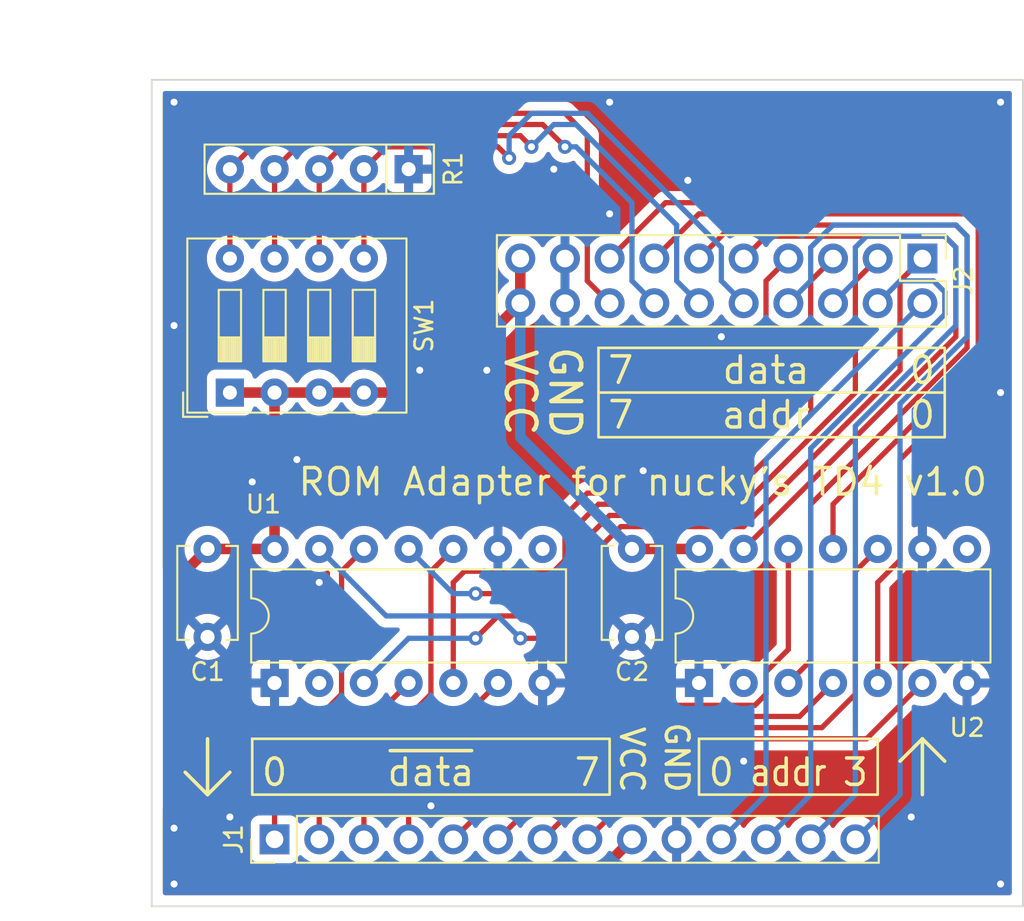
<source format=kicad_pcb>
(kicad_pcb (version 20211014) (generator pcbnew)
  (layers (0 "F.Cu" signal) (31 "B.Cu" signal) (34 "B.Paste" user) (35 "F.Paste" user) (36 "B.SilkS" user "B.Silkscreen") (37 "F.SilkS" user "F.Silkscreen") (38 "B.Mask" user) (39 "F.Mask" user) (44 "Edge.Cuts" user))
  (net 0 "")
  (net 1 "VCC")
  (net 2 "GND")
  (net 3 "/idata0")
  (net 4 "/idata1")
  (net 5 "/idata2")
  (net 6 "/idata3")
  (net 7 "/idata4")
  (net 8 "/idata5")
  (net 9 "/idata6")
  (net 10 "/idata7")
  (net 11 "/addr0")
  (net 12 "/addr1")
  (net 13 "/addr2")
  (net 14 "/addr3")
  (net 15 "/data0")
  (net 16 "/data1")
  (net 17 "/data2")
  (net 18 "/data3")
  (net 19 "/data4")
  (net 20 "/data5")
  (net 21 "/data6")
  (net 22 "/data7")
  (net 23 "/addr4")
  (net 24 "/addr5")
  (net 25 "/addr6")
  (net 26 "/addr7")
  (footprint "ModifiedKiCadLibrary:PinHeader_2x10_P2.54mm_Vertical_Top_Bottom" (layer "F.Cu") (at 157.48 59.69 -90)
    (fp_text reference "J2" (at 1.27 -2.33 90) (layer "F.SilkS"))
    (fp_text value "Conn_02x10_Top_Bottom")
    (fp_line (start -1.33 1.27) (end 1.27 1.27) (layer "F.SilkS") (width 0.12))
    (fp_line (start -1.33 24.19) (end 3.87 24.19) (layer "F.SilkS") (width 0.12))
    (fp_line (start 1.27 1.27) (end 1.27 -1.33) (layer "F.SilkS") (width 0.12))
    (fp_line (start 3.87 -1.33) (end 3.87 24.19) (layer "F.SilkS") (width 0.12))
    (fp_line (start 1.27 -1.33) (end 3.87 -1.33) (layer "F.SilkS") (width 0.12))
    (fp_line (start -1.33 -1.33) (end 0 -1.33) (layer "F.SilkS") (width 0.12))
    (fp_line (start -1.33 0) (end -1.33 -1.33) (layer "F.SilkS") (width 0.12))
    (fp_line (start -1.33 1.27) (end -1.33 24.19) (layer "F.SilkS") (width 0.12))
    (pad "1" thru_hole rect (at 0 0 270) (size 1.7 1.7) (drill 1) (layers *.Cu *.Mask) (net 15 "/data0"))
    (pad "2" thru_hole oval (at 0 2.54 270) (size 1.7 1.7) (drill 1) (layers *.Cu *.Mask) (net 16 "/data1"))
    (pad "3" thru_hole oval (at 0 5.08 270) (size 1.7 1.7) (drill 1) (layers *.Cu *.Mask) (net 17 "/data2"))
    (pad "4" thru_hole oval (at 0 7.62 270) (size 1.7 1.7) (drill 1) (layers *.Cu *.Mask) (net 18 "/data3"))
    (pad "5" thru_hole oval (at 0 10.16 270) (size 1.7 1.7) (drill 1) (layers *.Cu *.Mask) (net 19 "/data4"))
    (pad "6" thru_hole oval (at 0 12.7 270) (size 1.7 1.7) (drill 1) (layers *.Cu *.Mask) (net 20 "/data5"))
    (pad "7" thru_hole oval (at 0 15.24 270) (size 1.7 1.7) (drill 1) (layers *.Cu *.Mask) (net 21 "/data6"))
    (pad "8" thru_hole oval (at 0 17.78 270) (size 1.7 1.7) (drill 1) (layers *.Cu *.Mask) (net 22 "/data7"))
    (pad "9" thru_hole oval (at 0 20.32 270) (size 1.7 1.7) (drill 1) (layers *.Cu *.Mask) (net 2 "GND"))
    (pad "10" thru_hole oval (at 0 22.86 270) (size 1.7 1.7) (drill 1) (layers *.Cu *.Mask) (net 1 "VCC"))
    (pad "11" thru_hole oval (at 2.54 0 270) (size 1.7 1.7) (drill 1) (layers *.Cu *.Mask) (net 11 "/addr0"))
    (pad "12" thru_hole oval (at 2.54 2.54 270) (size 1.7 1.7) (drill 1) (layers *.Cu *.Mask) (net 12 "/addr1"))
    (pad "13" thru_hole oval (at 2.54 5.08 270) (size 1.7 1.7) (drill 1) (layers *.Cu *.Mask) (net 13 "/addr2"))
    (pad "14" thru_hole oval (at 2.54 7.62 270) (size 1.7 1.7) (drill 1) (layers *.Cu *.Mask) (net 14 "/addr3"))
    (pad "15" thru_hole oval (at 2.54 10.16 270) (size 1.7 1.7) (drill 1) (layers *.Cu *.Mask) (net 23 "/addr4"))
    (pad "16" thru_hole oval (at 2.54 12.7 270) (size 1.7 1.7) (drill 1) (layers *.Cu *.Mask) (net 24 "/addr5"))
    (pad "17" thru_hole oval (at 2.54 15.24 270) (size 1.7 1.7) (drill 1) (layers *.Cu *.Mask) (net 25 "/addr6"))
    (pad "18" thru_hole oval (at 2.54 17.78 270) (size 1.7 1.7) (drill 1) (layers *.Cu *.Mask) (net 26 "/addr7"))
    (pad "19" thru_hole oval (at 2.54 20.32 270) (size 1.7 1.7) (drill 1) (layers *.Cu *.Mask) (net 2 "GND"))
    (pad "20" thru_hole oval (at 2.54 22.86 270) (size 1.7 1.7) (drill 1) (layers *.Cu *.Mask) (net 1 "VCC"))
  )
  (footprint "Capacitor_THT:C_Disc_D5.1mm_W3.2mm_P5.00mm" (layer "F.Cu") (at 140.97 76.2 -90)
    (fp_text reference "C2" (at 6.985 0 180) (layer "F.SilkS"))
    (fp_text value "0.1u")
    (fp_line (start -0.17 -1.721) (end -0.17 -1.055) (layer "F.SilkS") (width 0.12))
    (fp_line (start -0.17 1.055) (end -0.17 1.721) (layer "F.SilkS") (width 0.12))
    (fp_line (start 5.17 -1.721) (end 5.17 -1.055) (layer "F.SilkS") (width 0.12))
    (fp_line (start -0.17 1.721) (end 5.17 1.721) (layer "F.SilkS") (width 0.12))
    (fp_line (start -0.17 -1.721) (end 5.17 -1.721) (layer "F.SilkS") (width 0.12))
    (fp_line (start 5.17 1.055) (end 5.17 1.721) (layer "F.SilkS") (width 0.12))
    (pad "1" thru_hole circle (at 0 0 270) (size 1.6 1.6) (drill 0.8) (layers *.Cu *.Mask) (net 1 "VCC"))
    (pad "2" thru_hole circle (at 5 0 270) (size 1.6 1.6) (drill 0.8) (layers *.Cu *.Mask) (net 2 "GND"))
  )
  (footprint "Connector_PinHeader_2.54mm:PinHeader_1x14_P2.54mm_Vertical" (layer "F.Cu") (at 120.65 92.71 90)
    (fp_text reference "J1" (at 0 -2.33 90) (layer "F.SilkS"))
    (fp_text value "Conn_01x14")
    (fp_line (start -1.33 1.27) (end -1.33 34.35) (layer "F.SilkS") (width 0.12))
    (fp_line (start -1.33 0) (end -1.33 -1.33) (layer "F.SilkS") (width 0.12))
    (fp_line (start 1.33 1.27) (end 1.33 34.35) (layer "F.SilkS") (width 0.12))
    (fp_line (start -1.33 34.35) (end 1.33 34.35) (layer "F.SilkS") (width 0.12))
    (fp_line (start -1.33 -1.33) (end 0 -1.33) (layer "F.SilkS") (width 0.12))
    (fp_line (start -1.33 1.27) (end 1.33 1.27) (layer "F.SilkS") (width 0.12))
    (pad "1" thru_hole rect (at 0 0 90) (size 1.7 1.7) (drill 1) (layers *.Cu *.Mask) (net 3 "/idata0"))
    (pad "2" thru_hole oval (at 0 2.54 90) (size 1.7 1.7) (drill 1) (layers *.Cu *.Mask) (net 4 "/idata1"))
    (pad "3" thru_hole oval (at 0 5.08 90) (size 1.7 1.7) (drill 1) (layers *.Cu *.Mask) (net 5 "/idata2"))
    (pad "4" thru_hole oval (at 0 7.62 90) (size 1.7 1.7) (drill 1) (layers *.Cu *.Mask) (net 6 "/idata3"))
    (pad "5" thru_hole oval (at 0 10.16 90) (size 1.7 1.7) (drill 1) (layers *.Cu *.Mask) (net 7 "/idata4"))
    (pad "6" thru_hole oval (at 0 12.7 90) (size 1.7 1.7) (drill 1) (layers *.Cu *.Mask) (net 8 "/idata5"))
    (pad "7" thru_hole oval (at 0 15.24 90) (size 1.7 1.7) (drill 1) (layers *.Cu *.Mask) (net 9 "/idata6"))
    (pad "8" thru_hole oval (at 0 17.78 90) (size 1.7 1.7) (drill 1) (layers *.Cu *.Mask) (net 10 "/idata7"))
    (pad "9" thru_hole oval (at 0 20.32 90) (size 1.7 1.7) (drill 1) (layers *.Cu *.Mask) (net 1 "VCC"))
    (pad "10" thru_hole oval (at 0 22.86 90) (size 1.7 1.7) (drill 1) (layers *.Cu *.Mask) (net 2 "GND"))
    (pad "11" thru_hole oval (at 0 25.4 90) (size 1.7 1.7) (drill 1) (layers *.Cu *.Mask) (net 11 "/addr0"))
    (pad "12" thru_hole oval (at 0 27.94 90) (size 1.7 1.7) (drill 1) (layers *.Cu *.Mask) (net 12 "/addr1"))
    (pad "13" thru_hole oval (at 0 30.48 90) (size 1.7 1.7) (drill 1) (layers *.Cu *.Mask) (net 13 "/addr2"))
    (pad "14" thru_hole oval (at 0 33.02 90) (size 1.7 1.7) (drill 1) (layers *.Cu *.Mask) (net 14 "/addr3"))
  )
  (footprint "Resistor_THT:R_Array_SIP5" (layer "F.Cu") (at 128.27 54.61 180)
    (fp_text reference "R1" (at -2.54 0 90) (layer "F.SilkS"))
    (fp_text value "10k")
    (fp_line (start 11.6 1.4) (end 11.6 -1.4) (layer "F.SilkS") (width 0.12))
    (fp_line (start 1.27 -1.4) (end 1.27 1.4) (layer "F.SilkS") (width 0.12))
    (fp_line (start 11.6 -1.4) (end -1.44 -1.4) (layer "F.SilkS") (width 0.12))
    (fp_line (start -1.44 1.4) (end 11.6 1.4) (layer "F.SilkS") (width 0.12))
    (fp_line (start -1.44 -1.4) (end -1.44 1.4) (layer "F.SilkS") (width 0.12))
    (pad "1" thru_hole rect (at 0 0 180) (size 1.6 1.6) (drill 0.8) (layers *.Cu *.Mask) (net 2 "GND"))
    (pad "2" thru_hole oval (at 2.54 0 180) (size 1.6 1.6) (drill 0.8) (layers *.Cu *.Mask) (net 23 "/addr4"))
    (pad "3" thru_hole oval (at 5.08 0 180) (size 1.6 1.6) (drill 0.8) (layers *.Cu *.Mask) (net 24 "/addr5"))
    (pad "4" thru_hole oval (at 7.62 0 180) (size 1.6 1.6) (drill 0.8) (layers *.Cu *.Mask) (net 25 "/addr6"))
    (pad "5" thru_hole oval (at 10.16 0 180) (size 1.6 1.6) (drill 0.8) (layers *.Cu *.Mask) (net 26 "/addr7"))
  )
  (footprint "Button_Switch_THT:SW_DIP_SPSTx04_Slide_9.78x12.34mm_W7.62mm_P2.54mm" (layer "F.Cu") (at 118.11 67.31 90)
    (fp_text reference "SW1" (at 3.81 11.04 90) (layer "F.SilkS"))
    (fp_text value "addr_high")
    (fp_line (start 1.78 5.525) (end 3.133333 5.525) (layer "F.SilkS") (width 0.12))
    (fp_line (start 1.78 0.325) (end 3.133333 0.325) (layer "F.SilkS") (width 0.12))
    (fp_line (start 1.78 2.385) (end 3.133333 2.385) (layer "F.SilkS") (width 0.12))
    (fp_line (start 1.78 7.105) (end 3.133333 7.105) (layer "F.SilkS") (width 0.12))
    (fp_line (start 5.84 1.905) (end 1.78 1.905) (layer "F.SilkS") (width 0.12))
    (fp_line (start 5.84 8.255) (end 5.84 6.985) (layer "F.SilkS") (width 0.12))
    (fp_line (start 1.78 6.985) (end 1.78 8.255) (layer "F.SilkS") (width 0.12))
    (fp_line (start 1.78 2.505) (end 3.133333 2.505) (layer "F.SilkS") (width 0.12))
    (fp_line (start 1.78 0.445) (end 3.133333 0.445) (layer "F.SilkS") (width 0.12))
    (fp_line (start 1.78 -0.155) (end 3.133333 -0.155) (layer "F.SilkS") (width 0.12))
    (fp_line (start 1.78 4.565) (end 3.133333 4.565) (layer "F.SilkS") (width 0.12))
    (fp_line (start 1.78 0.635) (end 5.84 0.635) (layer "F.SilkS") (width 0.12))
    (fp_line (start 1.78 4.685) (end 3.133333 4.685) (layer "F.SilkS") (width 0.12))
    (fp_line (start -1.38 -2.66) (end 0.004 -2.66) (layer "F.SilkS") (width 0.12))
    (fp_line (start 1.78 3.105) (end 3.133333 3.105) (layer "F.SilkS") (width 0.12))
    (fp_line (start 1.78 -0.395) (end 3.133333 -0.395) (layer "F.SilkS") (width 0.12))
    (fp_line (start 1.78 -0.515) (end 3.133333 -0.515) (layer "F.SilkS") (width 0.12))
    (fp_line (start 1.78 7.585) (end 3.133333 7.585) (layer "F.SilkS") (width 0.12))
    (fp_line (start 1.78 5.285) (end 3.133333 5.285) (layer "F.SilkS") (width 0.12))
    (fp_line (start 1.78 7.705) (end 3.133333 7.705) (layer "F.SilkS") (width 0.12))
    (fp_line (start 1.78 -0.635) (end 1.78 0.635) (layer "F.SilkS") (width 0.12))
    (fp_line (start 1.78 7.945) (end 3.133333 7.945) (layer "F.SilkS") (width 0.12))
    (fp_line (start 1.78 0.085) (end 3.133333 0.085) (layer "F.SilkS") (width 0.12))
    (fp_line (start 1.78 7.345) (end 3.133333 7.345) (layer "F.SilkS") (width 0.12))
    (fp_line (start 3.133333 -0.635) (end 3.133333 0.635) (layer "F.SilkS") (width 0.12))
    (fp_line (start 8.76 -2.42) (end 8.76 10.04) (layer "F.SilkS") (width 0.12))
    (fp_line (start 1.78 7.825) (end 3.133333 7.825) (layer "F.SilkS") (width 0.12))
    (fp_line (start 1.78 2.985) (end 3.133333 2.985) (layer "F.SilkS") (width 0.12))
    (fp_line (start 1.78 7.225) (end 3.133333 7.225) (layer "F.SilkS") (width 0.12))
    (fp_line (start 1.78 2.865) (end 3.133333 2.865) (layer "F.SilkS") (width 0.12))
    (fp_line (start -1.14 10.04) (end 8.76 10.04) (layer "F.SilkS") (width 0.12))
    (fp_line (start 1.78 7.465) (end 3.133333 7.465) (layer "F.SilkS") (width 0.12))
    (fp_line (start 5.84 5.715) (end 5.84 4.445) (layer "F.SilkS") (width 0.12))
    (fp_line (start -1.14 -2.42) (end 8.76 -2.42) (layer "F.SilkS") (width 0.12))
    (fp_line (start 1.78 8.065) (end 3.133333 8.065) (layer "F.SilkS") (width 0.12))
    (fp_line (start 1.78 4.805) (end 3.133333 4.805) (layer "F.SilkS") (width 0.12))
    (fp_line (start 1.78 8.255) (end 5.84 8.255) (layer "F.SilkS") (width 0.12))
    (fp_line (start 1.78 8.185) (end 3.133333 8.185) (layer "F.SilkS") (width 0.12))
    (fp_line (start 3.133333 4.445) (end 3.133333 5.715) (layer "F.SilkS") (width 0.12))
    (fp_line (start 1.78 5.645) (end 3.133333 5.645) (layer "F.SilkS") (width 0.12))
    (fp_line (start 1.78 0.565) (end 3.133333 0.565) (layer "F.SilkS") (width 0.12))
    (fp_line (start 1.78 4.445) (end 1.78 5.715) (layer "F.SilkS") (width 0.12))
    (fp_line (start 1.78 -0.035) (end 3.133333 -0.035) (layer "F.SilkS") (width 0.12))
    (fp_line (start 5.84 -0.635) (end 1.78 -0.635) (layer "F.SilkS") (width 0.12))
    (fp_line (start 1.78 2.145) (end 3.133333 2.145) (layer "F.SilkS") (width 0.12))
    (fp_line (start 1.78 -0.275) (end 3.133333 -0.275) (layer "F.SilkS") (width 0.12))
    (fp_line (start 1.78 2.265) (end 3.133333 2.265) (layer "F.SilkS") (width 0.12))
    (fp_line (start 1.78 5.045) (end 3.133333 5.045) (layer "F.SilkS") (width 0.12))
    (fp_line (start -1.38 -2.66) (end -1.38 -1.277) (layer "F.SilkS") (width 0.12))
    (fp_line (start 3.133333 6.985) (end 3.133333 8.255) (layer "F.SilkS") (width 0.12))
    (fp_line (start 1.78 1.905) (end 1.78 3.175) (layer "F.SilkS") (width 0.12))
    (fp_line (start 5.84 0.635) (end 5.84 -0.635) (layer "F.SilkS") (width 0.12))
    (fp_line (start 5.84 3.175) (end 5.84 1.905) (layer "F.SilkS") (width 0.12))
    (fp_line (start 3.133333 1.905) (end 3.133333 3.175) (layer "F.SilkS") (width 0.12))
    (fp_line (start 1.78 4.925) (end 3.133333 4.925) (layer "F.SilkS") (width 0.12))
    (fp_line (start 1.78 5.715) (end 5.84 5.715) (layer "F.SilkS") (width 0.12))
    (fp_line (start 1.78 5.405) (end 3.133333 5.405) (layer "F.SilkS") (width 0.12))
    (fp_line (start 5.84 6.985) (end 1.78 6.985) (layer "F.SilkS") (width 0.12))
    (fp_line (start 5.84 4.445) (end 1.78 4.445) (layer "F.SilkS") (width 0.12))
    (fp_line (start 1.78 2.025) (end 3.133333 2.025) (layer "F.SilkS") (width 0.12))
    (fp_line (start -1.14 -2.42) (end -1.14 10.04) (layer "F.SilkS") (width 0.12))
    (fp_line (start 1.78 5.165) (end 3.133333 5.165) (layer "F.SilkS") (width 0.12))
    (fp_line (start 1.78 2.625) (end 3.133333 2.625) (layer "F.SilkS") (width 0.12))
    (fp_line (start 1.78 2.745) (end 3.133333 2.745) (layer "F.SilkS") (width 0.12))
    (fp_line (start 1.78 0.205) (end 3.133333 0.205) (layer "F.SilkS") (width 0.12))
    (fp_line (start 1.78 3.175) (end 5.84 3.175) (layer "F.SilkS") (width 0.12))
    (pad "1" thru_hole rect (at 0 0 90) (size 1.6 1.6) (drill 0.8) (layers *.Cu *.Mask) (net 1 "VCC"))
    (pad "2" thru_hole oval (at 0 2.54 90) (size 1.6 1.6) (drill 0.8) (layers *.Cu *.Mask) (net 1 "VCC"))
    (pad "3" thru_hole oval (at 0 5.08 90) (size 1.6 1.6) (drill 0.8) (layers *.Cu *.Mask) (net 1 "VCC"))
    (pad "4" thru_hole oval (at 0 7.62 90) (size 1.6 1.6) (drill 0.8) (layers *.Cu *.Mask) (net 1 "VCC"))
    (pad "5" thru_hole oval (at 7.62 7.62 90) (size 1.6 1.6) (drill 0.8) (layers *.Cu *.Mask) (net 23 "/addr4"))
    (pad "6" thru_hole oval (at 7.62 5.08 90) (size 1.6 1.6) (drill 0.8) (layers *.Cu *.Mask) (net 24 "/addr5"))
    (pad "7" thru_hole oval (at 7.62 2.54 90) (size 1.6 1.6) (drill 0.8) (layers *.Cu *.Mask) (net 25 "/addr6"))
    (pad "8" thru_hole oval (at 7.62 0 90) (size 1.6 1.6) (drill 0.8) (layers *.Cu *.Mask) (net 26 "/addr7"))
  )
  (footprint "Package_DIP:DIP-14_W7.62mm" (layer "F.Cu") (at 144.78 83.82 90)
    (fp_text reference "U2" (at -2.54 15.24 180) (layer "F.SilkS"))
    (fp_text value "74HC04")
    (fp_line (start 6.46 16.57) (end 6.46 -1.33) (layer "F.SilkS") (width 0.12))
    (fp_line (start 1.16 -1.33) (end 1.16 16.57) (layer "F.SilkS") (width 0.12))
    (fp_line (start 6.46 -1.33) (end 4.81 -1.33) (layer "F.SilkS") (width 0.12))
    (fp_line (start 1.16 16.57) (end 6.46 16.57) (layer "F.SilkS") (width 0.12))
    (fp_line (start 2.81 -1.33) (end 1.16 -1.33) (layer "F.SilkS") (width 0.12))
    (fp_arc (start 4.81 -1.33) (mid 3.81 -0.33) (end 2.81 -1.33) (layer "F.SilkS") (width 0.12))
    (pad "1" thru_hole rect (at 0 0 90) (size 1.6 1.6) (drill 0.8) (layers *.Cu *.Mask) (net 2 "GND"))
    (pad "2" thru_hole oval (at 0 2.54 90) (size 1.6 1.6) (drill 0.8) (layers *.Cu *.Mask))
    (pad "3" thru_hole oval (at 0 5.08 90) (size 1.6 1.6) (drill 0.8) (layers *.Cu *.Mask) (net 20 "/data5"))
    (pad "4" thru_hole oval (at 0 7.62 90) (size 1.6 1.6) (drill 0.8) (layers *.Cu *.Mask) (net 8 "/idata5"))
    (pad "5" thru_hole oval (at 0 10.16 90) (size 1.6 1.6) (drill 0.8) (layers *.Cu *.Mask) (net 22 "/data7"))
    (pad "6" thru_hole oval (at 0 12.7 90) (size 1.6 1.6) (drill 0.8) (layers *.Cu *.Mask) (net 10 "/idata7"))
    (pad "7" thru_hole oval (at 0 15.24 90) (size 1.6 1.6) (drill 0.8) (layers *.Cu *.Mask) (net 2 "GND"))
    (pad "8" thru_hole oval (at 7.62 15.24 90) (size 1.6 1.6) (drill 0.8) (layers *.Cu *.Mask))
    (pad "9" thru_hole oval (at 7.62 12.7 90) (size 1.6 1.6) (drill 0.8) (layers *.Cu *.Mask) (net 2 "GND"))
    (pad "10" thru_hole oval (at 7.62 10.16 90) (size 1.6 1.6) (drill 0.8) (layers *.Cu *.Mask) (net 9 "/idata6"))
    (pad "11" thru_hole oval (at 7.62 7.62 90) (size 1.6 1.6) (drill 0.8) (layers *.Cu *.Mask) (net 21 "/data6"))
    (pad "12" thru_hole oval (at 7.62 5.08 90) (size 1.6 1.6) (drill 0.8) (layers *.Cu *.Mask) (net 7 "/idata4"))
    (pad "13" thru_hole oval (at 7.62 2.54 90) (size 1.6 1.6) (drill 0.8) (layers *.Cu *.Mask) (net 19 "/data4"))
    (pad "14" thru_hole oval (at 7.62 0 90) (size 1.6 1.6) (drill 0.8) (layers *.Cu *.Mask) (net 1 "VCC"))
  )
  (footprint "Package_DIP:DIP-14_W7.62mm" (layer "F.Cu") (at 120.65 83.82 90)
    (fp_text reference "U1" (at 10.16 -0.635 180) (layer "F.SilkS"))
    (fp_text value "74HC04")
    (fp_line (start 1.16 16.57) (end 6.46 16.57) (layer "F.SilkS") (width 0.12))
    (fp_line (start 6.46 -1.33) (end 4.81 -1.33) (layer "F.SilkS") (width 0.12))
    (fp_line (start 6.46 16.57) (end 6.46 -1.33) (layer "F.SilkS") (width 0.12))
    (fp_line (start 1.16 -1.33) (end 1.16 16.57) (layer "F.SilkS") (width 0.12))
    (fp_line (start 2.81 -1.33) (end 1.16 -1.33) (layer "F.SilkS") (width 0.12))
    (fp_arc (start 4.81 -1.33) (mid 3.81 -0.33) (end 2.81 -1.33) (layer "F.SilkS") (width 0.12))
    (pad "1" thru_hole rect (at 0 0 90) (size 1.6 1.6) (drill 0.8) (layers *.Cu *.Mask) (net 2 "GND"))
    (pad "2" thru_hole oval (at 0 2.54 90) (size 1.6 1.6) (drill 0.8) (layers *.Cu *.Mask))
    (pad "3" thru_hole oval (at 0 5.08 90) (size 1.6 1.6) (drill 0.8) (layers *.Cu *.Mask) (net 16 "/data1"))
    (pad "4" thru_hole oval (at 0 7.62 90) (size 1.6 1.6) (drill 0.8) (layers *.Cu *.Mask) (net 4 "/idata1"))
    (pad "5" thru_hole oval (at 0 10.16 90) (size 1.6 1.6) (drill 0.8) (layers *.Cu *.Mask) (net 18 "/data3"))
    (pad "6" thru_hole oval (at 0 12.7 90) (size 1.6 1.6) (drill 0.8) (layers *.Cu *.Mask) (net 6 "/idata3"))
    (pad "7" thru_hole oval (at 0 15.24 90) (size 1.6 1.6) (drill 0.8) (layers *.Cu *.Mask) (net 2 "GND"))
    (pad "8" thru_hole oval (at 7.62 15.24 90) (size 1.6 1.6) (drill 0.8) (layers *.Cu *.Mask))
    (pad "9" thru_hole oval (at 7.62 12.7 90) (size 1.6 1.6) (drill 0.8) (layers *.Cu *.Mask) (net 2 "GND"))
    (pad "10" thru_hole oval (at 7.62 10.16 90) (size 1.6 1.6) (drill 0.8) (layers *.Cu *.Mask) (net 5 "/idata2"))
    (pad "11" thru_hole oval (at 7.62 7.62 90) (size 1.6 1.6) (drill 0.8) (layers *.Cu *.Mask) (net 17 "/data2"))
    (pad "12" thru_hole oval (at 7.62 5.08 90) (size 1.6 1.6) (drill 0.8) (layers *.Cu *.Mask) (net 3 "/idata0"))
    (pad "13" thru_hole oval (at 7.62 2.54 90) (size 1.6 1.6) (drill 0.8) (layers *.Cu *.Mask) (net 15 "/data0"))
    (pad "14" thru_hole oval (at 7.62 0 90) (size 1.6 1.6) (drill 0.8) (layers *.Cu *.Mask) (net 1 "VCC"))
  )
  (footprint "Capacitor_THT:C_Disc_D5.1mm_W3.2mm_P5.00mm" (layer "F.Cu") (at 116.84 76.2 -90)
    (fp_text reference "C1" (at 6.985 0 180) (layer "F.SilkS"))
    (fp_text value "0,1u")
    (fp_line (start -0.17 -1.721) (end -0.17 -1.055) (layer "F.SilkS") (width 0.12))
    (fp_line (start -0.17 1.055) (end -0.17 1.721) (layer "F.SilkS") (width 0.12))
    (fp_line (start -0.17 -1.721) (end 5.17 -1.721) (layer "F.SilkS") (width 0.12))
    (fp_line (start 5.17 -1.721) (end 5.17 -1.055) (layer "F.SilkS") (width 0.12))
    (fp_line (start -0.17 1.721) (end 5.17 1.721) (layer "F.SilkS") (width 0.12))
    (fp_line (start 5.17 1.055) (end 5.17 1.721) (layer "F.SilkS") (width 0.12))
    (pad "1" thru_hole circle (at 0 0 270) (size 1.6 1.6) (drill 0.8) (layers *.Cu *.Mask) (net 1 "VCC"))
    (pad "2" thru_hole circle (at 5 0 270) (size 1.6 1.6) (drill 0.8) (layers *.Cu *.Mask) (net 2 "GND"))
  )
  (gr_line (start 157.48 86.995) (end 156.21 88.265) (layer "F.SilkS") (width 0.2))
  (gr_line (start 158.75 67.31) (end 139.065 67.31) (layer "F.SilkS") (width 0.15))
  (gr_line (start 157.48 86.995) (end 158.75 88.265) (layer "F.SilkS") (width 0.2))
  (gr_line (start 116.84 90.17) (end 115.57 88.9) (layer "F.SilkS") (width 0.2))
  (gr_rect (start 158.75 64.77) (end 139.065 69.85) (layer "F.SilkS") (width 0.15) (fill none))
  (gr_line (start 116.84 90.17) (end 116.84 86.995) (layer "F.SilkS") (width 0.2))
  (gr_line (start 157.48 86.995) (end 157.48 90.17) (layer "F.SilkS") (width 0.2))
  (gr_line (start 116.84 90.17) (end 118.11 88.9) (layer "F.SilkS") (width 0.2))
  (gr_rect (start 119.38 86.995) (end 139.7 90.17) (layer "F.SilkS") (width 0.15) (fill none))
  (gr_rect (start 144.78 86.995) (end 154.94 90.17) (layer "F.SilkS") (width 0.15) (fill none))
  (gr_rect (start 113.665 49.53) (end 163.195 96.52) (layer "Edge.Cuts") (width 0.1) (fill none))
  (gr_text "addr" (at 149.86 88.9) (layer "F.SilkS") (effects (font (size 1.5 1.3) (thickness 0.2))))
  (gr_text "GND" (at 137.16 67.31 270) (layer "F.SilkS") (effects (font (size 1.7 1.7) (thickness 0.25))))
  (gr_text "GND" (at 143.51 90.17 270) (layer "F.SilkS") (effects (font (size 1.3 1.3) (thickness 0.2)) (justify right)))
  (gr_text "addr" (at 148.59 68.58) (layer "F.SilkS") (effects (font (size 1.5 1.5) (thickness 0.2))))
  (gr_text "7" (at 138.43 88.9) (layer "F.SilkS") (effects (font (size 1.5 1.5) (thickness 0.2))))
  (gr_text "7" (at 140.335 68.58) (layer "F.SilkS") (effects (font (size 1.5 1.5) (thickness 0.2))))
  (gr_text "7" (at 140.335 66.04) (layer "F.SilkS") (effects (font (size 1.5 1.5) (thickness 0.2))))
  (gr_text "3" (at 153.67 88.9) (layer "F.SilkS") (effects (font (size 1.5 1.5) (thickness 0.2))))
  (gr_text "0" (at 157.48 68.58) (layer "F.SilkS") (effects (font (size 1.5 1.5) (thickness 0.2))))
  (gr_text "VCC" (at 140.97 90.17 270) (layer "F.SilkS") (effects (font (size 1.3 1.3) (thickness 0.2)) (justify right)))
  (gr_text "~{data}" (at 129.54 88.9) (layer "F.SilkS") (effects (font (size 1.5 1.5) (thickness 0.2))))
  (gr_text "0" (at 146.05 88.9) (layer "F.SilkS") (effects (font (size 1.5 1.5) (thickness 0.2))))
  (gr_text "VCC" (at 134.62 67.31 270) (layer "F.SilkS") (effects (font (size 1.7 1.7) (thickness 0.25))))
  (gr_text "0" (at 120.65 88.9) (layer "F.SilkS") (effects (font (size 1.5 1.5) (thickness 0.2))))
  (gr_text "0" (at 157.48 66.04) (layer "F.SilkS") (effects (font (size 1.5 1.5) (thickness 0.2))))
  (gr_text "ROM Adapter for nucky's TD4 v1.0" (at 161.29 72.39) (layer "F.SilkS") (effects (font (size 1.5 1.5) (thickness 0.2)) (justify right)))
  (gr_text "data" (at 148.59 66.04) (layer "F.SilkS") (effects (font (size 1.5 1.5) (thickness 0.2))))
  (segment (start 134.62 62.23) (end 129.54 67.31) (width 0.6) (layer "F.Cu") (net 1))
  (segment (start 119.38 94.615) (end 114.935 90.17) (width 0.6) (layer "F.Cu") (net 1))
  (segment (start 123.19 67.31) (end 120.65 67.31) (width 0.6) (layer "F.Cu") (net 1))
  (segment (start 114.935 90.17) (end 114.935 78.105) (width 0.6) (layer "F.Cu") (net 1))
  (segment (start 129.54 67.31) (end 125.73 67.31) (width 0.6) (layer "F.Cu") (net 1))
  (segment (start 140.97 92.71) (end 139.065 94.615) (width 0.6) (layer "F.Cu") (net 1))
  (segment (start 134.62 59.69) (end 134.62 62.23) (width 0.6) (layer "F.Cu") (net 1))
  (segment (start 116.84 76.2) (end 120.65 76.2) (width 0.6) (layer "F.Cu") (net 1))
  (segment (start 140.97 76.2) (end 144.78 76.2) (width 0.6) (layer "F.Cu") (net 1))
  (segment (start 120.65 76.2) (end 120.65 67.31) (width 0.6) (layer "F.Cu") (net 1))
  (segment (start 114.935 78.105) (end 116.84 76.2) (width 0.6) (layer "F.Cu") (net 1))
  (segment (start 125.73 67.31) (end 123.19 67.31) (width 0.6) (layer "F.Cu") (net 1))
  (segment (start 139.065 94.615) (end 119.38 94.615) (width 0.6) (layer "F.Cu") (net 1))
  (segment (start 118.11 67.31) (end 120.65 67.31) (width 0.6) (layer "F.Cu") (net 1))
  (segment (start 134.62 62.23) (end 134.62 69.85) (width 0.6) (layer "B.Cu") (net 1))
  (segment (start 134.62 69.85) (end 140.97 76.2) (width 0.6) (layer "B.Cu") (net 1))
  (via (at 161.925 67.31) (size 0.8) (drill 0.4) (layers "F.Cu" "B.Cu") (net 2))
  (via (at 114.935 92.075) (size 0.8) (drill 0.4) (layers "F.Cu" "B.Cu") (net 2))
  (via (at 121.92 71.12) (size 0.8) (drill 0.4) (layers "F.Cu" "B.Cu") (net 2))
  (via (at 118.11 91.44) (size 0.8) (drill 0.4) (layers "F.Cu" "B.Cu") (net 2))
  (via (at 129.54 90.805) (size 0.8) (drill 0.4) (layers "F.Cu" "B.Cu") (net 2))
  (via (at 146.05 64.135) (size 0.8) (drill 0.4) (layers "F.Cu" "B.Cu") (net 2))
  (via (at 161.925 95.25) (size 0.8) (drill 0.4) (layers "F.Cu" "B.Cu") (net 2))
  (via (at 114.935 50.8) (size 0.8) (drill 0.4) (layers "F.Cu" "B.Cu") (net 2))
  (via (at 114.935 63.5) (size 0.8) (drill 0.4) (layers "F.Cu" "B.Cu") (net 2))
  (via (at 139.7 57.15) (size 0.8) (drill 0.4) (layers "F.Cu" "B.Cu") (net 2))
  (via (at 136.525 54.61) (size 0.8) (drill 0.4) (layers "F.Cu" "B.Cu") (net 2))
  (via (at 119.38 72.39) (size 0.8) (drill 0.4) (layers "F.Cu" "B.Cu") (net 2))
  (via (at 156.845 91.44) (size 0.8) (drill 0.4) (layers "F.Cu" "B.Cu") (net 2))
  (via (at 123.19 78.105) (size 0.8) (drill 0.4) (layers "F.Cu" "B.Cu") (net 2))
  (via (at 161.925 50.8) (size 0.8) (drill 0.4) (layers "F.Cu" "B.Cu") (net 2))
  (via (at 139.7 50.8) (size 0.8) (drill 0.4) (layers "F.Cu" "B.Cu") (net 2))
  (via (at 128.905 66.04) (size 0.8) (drill 0.4) (layers "F.Cu" "B.Cu") (net 2))
  (via (at 144.145 55.245) (size 0.8) (drill 0.4) (layers "F.Cu" "B.Cu") (net 2))
  (via (at 141.605 71.755) (size 0.8) (drill 0.4) (layers "F.Cu" "B.Cu") (net 2))
  (via (at 132.715 66.04) (size 0.8) (drill 0.4) (layers "F.Cu" "B.Cu") (net 2))
  (via (at 147.32 88.265) (size 0.8) (drill 0.4) (layers "F.Cu" "B.Cu") (net 2))
  (via (at 114.935 95.25) (size 0.8) (drill 0.4) (layers "F.Cu" "B.Cu") (net 2))
  (segment (start 120.65 92.71) (end 120.65 88.265) (width 0.3) (layer "F.Cu") (net 3))
  (segment (start 124.46 84.455) (end 124.46 77.47) (width 0.3) (layer "F.Cu") (net 3))
  (segment (start 120.65 88.265) (end 124.46 84.455) (width 0.3) (layer "F.Cu") (net 3))
  (segment (start 124.46 77.47) (end 125.73 76.2) (width 0.3) (layer "F.Cu") (net 3))
  (segment (start 128.27 83.82) (end 123.19 88.9) (width 0.3) (layer "F.Cu") (net 4))
  (segment (start 123.19 88.9) (end 123.19 92.71) (width 0.3) (layer "F.Cu") (net 4))
  (segment (start 130.81 76.2) (end 129.54 77.47) (width 0.3) (layer "F.Cu") (net 5))
  (segment (start 125.73 88.265) (end 125.73 92.71) (width 0.3) (layer "F.Cu") (net 5))
  (segment (start 129.54 77.47) (end 129.54 84.455) (width 0.3) (layer "F.Cu") (net 5))
  (segment (start 129.54 84.455) (end 125.73 88.265) (width 0.3) (layer "F.Cu") (net 5))
  (segment (start 128.27 88.9) (end 128.27 92.71) (width 0.3) (layer "F.Cu") (net 6))
  (segment (start 133.35 83.82) (end 128.27 88.9) (width 0.3) (layer "F.Cu") (net 6))
  (segment (start 148.59 84.455) (end 147.955 85.09) (width 0.3) (layer "F.Cu") (net 7))
  (segment (start 147.955 85.09) (end 138.43 85.09) (width 0.3) (layer "F.Cu") (net 7))
  (segment (start 149.86 81.915) (end 148.59 83.185) (width 0.3) (layer "F.Cu") (net 7))
  (segment (start 138.43 85.09) (end 130.81 92.71) (width 0.3) (layer "F.Cu") (net 7))
  (segment (start 149.86 76.2) (end 149.86 81.915) (width 0.3) (layer "F.Cu") (net 7))
  (segment (start 148.59 83.185) (end 148.59 84.455) (width 0.3) (layer "F.Cu") (net 7))
  (segment (start 152.4 83.82) (end 150.495 85.725) (width 0.3) (layer "F.Cu") (net 8))
  (segment (start 150.495 85.725) (end 140.335 85.725) (width 0.3) (layer "F.Cu") (net 8))
  (segment (start 140.335 85.725) (end 133.35 92.71) (width 0.3) (layer "F.Cu") (net 8))
  (segment (start 153.67 84.455) (end 151.765 86.36) (width 0.3) (layer "F.Cu") (net 9))
  (segment (start 151.765 86.36) (end 142.24 86.36) (width 0.3) (layer "F.Cu") (net 9))
  (segment (start 154.94 76.2) (end 153.67 77.47) (width 0.3) (layer "F.Cu") (net 9))
  (segment (start 153.67 77.47) (end 153.67 84.455) (width 0.3) (layer "F.Cu") (net 9))
  (segment (start 142.24 86.36) (end 135.89 92.71) (width 0.3) (layer "F.Cu") (net 9))
  (segment (start 157.48 83.82) (end 154.305 86.995) (width 0.3) (layer "F.Cu") (net 10))
  (segment (start 154.305 86.995) (end 144.145 86.995) (width 0.3) (layer "F.Cu") (net 10))
  (segment (start 144.145 86.995) (end 138.43 92.71) (width 0.3) (layer "F.Cu") (net 10))
  (segment (start 146.05 92.71) (end 148.59 90.17) (width 0.3) (layer "B.Cu") (net 11))
  (segment (start 148.59 71.12) (end 157.48 62.23) (width 0.3) (layer "B.Cu") (net 11))
  (segment (start 148.59 90.17) (end 148.59 71.12) (width 0.3) (layer "B.Cu") (net 11))
  (segment (start 158.75 61.595) (end 158.75 62.865) (width 0.3) (layer "B.Cu") (net 12))
  (segment (start 156.21 60.96) (end 158.115 60.96) (width 0.3) (layer "B.Cu") (net 12))
  (segment (start 158.75 62.865) (end 151.13 70.485) (width 0.3) (layer "B.Cu") (net 12))
  (segment (start 154.94 62.23) (end 156.21 60.96) (width 0.3) (layer "B.Cu") (net 12))
  (segment (start 151.13 90.17) (end 148.59 92.71) (width 0.3) (layer "B.Cu") (net 12))
  (segment (start 158.115 60.96) (end 158.75 61.595) (width 0.3) (layer "B.Cu") (net 12))
  (segment (start 151.13 70.485) (end 151.13 90.17) (width 0.3) (layer "B.Cu") (net 12))
  (segment (start 159.385 59.055) (end 159.385 63.5) (width 0.3) (layer "B.Cu") (net 13))
  (segment (start 153.67 90.17) (end 151.13 92.71) (width 0.3) (layer "B.Cu") (net 13))
  (segment (start 153.67 59.055) (end 154.305 58.42) (width 0.3) (layer "B.Cu") (net 13))
  (segment (start 158.75 58.42) (end 159.385 59.055) (width 0.3) (layer "B.Cu") (net 13))
  (segment (start 154.305 58.42) (end 158.75 58.42) (width 0.3) (layer "B.Cu") (net 13))
  (segment (start 152.4 62.23) (end 153.67 60.96) (width 0.3) (layer "B.Cu") (net 13))
  (segment (start 153.67 60.96) (end 153.67 59.055) (width 0.3) (layer "B.Cu") (net 13))
  (segment (start 159.385 63.5) (end 153.67 69.215) (width 0.3) (layer "B.Cu") (net 13))
  (segment (start 153.67 69.215) (end 153.67 90.17) (width 0.3) (layer "B.Cu") (net 13))
  (segment (start 153.67 92.71) (end 156.21 90.17) (width 0.3) (layer "B.Cu") (net 14))
  (segment (start 151.13 60.96) (end 149.86 62.23) (width 0.3) (layer "B.Cu") (net 14))
  (segment (start 159.385 57.785) (end 152.4 57.785) (width 0.3) (layer "B.Cu") (net 14))
  (segment (start 160.02 64.135) (end 160.02 58.42) (width 0.3) (layer "B.Cu") (net 14))
  (segment (start 156.21 90.17) (end 156.21 67.945) (width 0.3) (layer "B.Cu") (net 14))
  (segment (start 160.02 58.42) (end 159.385 57.785) (width 0.3) (layer "B.Cu") (net 14))
  (segment (start 152.4 57.785) (end 151.13 59.055) (width 0.3) (layer "B.Cu") (net 14))
  (segment (start 151.13 59.055) (end 151.13 60.96) (width 0.3) (layer "B.Cu") (net 14))
  (segment (start 156.21 67.945) (end 160.02 64.135) (width 0.3) (layer "B.Cu") (net 14))
  (segment (start 156.21 60.96) (end 156.21 66.04) (width 0.3) (layer "F.Cu") (net 15))
  (segment (start 136.525 81.28) (end 134.62 81.28) (width 0.3) (layer "F.Cu") (net 15))
  (segment (start 147.32 74.93) (end 140.335 74.93) (width 0.3) (layer "F.Cu") (net 15))
  (segment (start 157.48 59.69) (end 156.21 60.96) (width 0.3) (layer "F.Cu") (net 15))
  (segment (start 156.21 66.04) (end 147.32 74.93) (width 0.3) (layer "F.Cu") (net 15))
  (segment (start 140.335 74.93) (end 139.065 76.2) (width 0.3) (layer "F.Cu") (net 15))
  (segment (start 139.065 78.74) (end 136.525 81.28) (width 0.3) (layer "F.Cu") (net 15))
  (segment (start 139.065 76.2) (end 139.065 78.74) (width 0.3) (layer "F.Cu") (net 15))
  (via (at 134.62 81.28) (size 0.8) (drill 0.4) (layers "F.Cu" "B.Cu") (net 15))
  (segment (start 134.62 81.28) (end 133.35 80.01) (width 0.3) (layer "B.Cu") (net 15))
  (segment (start 127 80.01) (end 123.19 76.2) (width 0.3) (layer "B.Cu") (net 15))
  (segment (start 133.35 80.01) (end 127 80.01) (width 0.3) (layer "B.Cu") (net 15))
  (segment (start 153.67 60.96) (end 153.67 67.31) (width 0.3) (layer "F.Cu") (net 16))
  (segment (start 146.685 74.295) (end 139.7 74.295) (width 0.3) (layer "F.Cu") (net 16))
  (segment (start 153.67 67.31) (end 146.685 74.295) (width 0.3) (layer "F.Cu") (net 16))
  (segment (start 139.7 74.295) (end 138.43 75.565) (width 0.3) (layer "F.Cu") (net 16))
  (segment (start 154.94 59.69) (end 153.67 60.96) (width 0.3) (layer "F.Cu") (net 16))
  (segment (start 138.43 75.565) (end 138.43 78.105) (width 0.3) (layer "F.Cu") (net 16))
  (segment (start 133.35 80.01) (end 132.08 81.28) (width 0.3) (layer "F.Cu") (net 16))
  (segment (start 136.525 80.01) (end 133.35 80.01) (width 0.3) (layer "F.Cu") (net 16))
  (segment (start 138.43 78.105) (end 136.525 80.01) (width 0.3) (layer "F.Cu") (net 16))
  (via (at 132.08 81.28) (size 0.8) (drill 0.4) (layers "F.Cu" "B.Cu") (net 16))
  (segment (start 132.08 81.28) (end 128.27 81.28) (width 0.3) (layer "B.Cu") (net 16))
  (segment (start 128.27 81.28) (end 125.73 83.82) (width 0.3) (layer "B.Cu") (net 16))
  (segment (start 136.525 78.74) (end 132.08 78.74) (width 0.3) (layer "F.Cu") (net 17))
  (segment (start 139.065 73.66) (end 137.795 74.93) (width 0.3) (layer "F.Cu") (net 17))
  (segment (start 137.795 74.93) (end 137.795 77.47) (width 0.3) (layer "F.Cu") (net 17))
  (segment (start 146.05 73.66) (end 139.065 73.66) (width 0.3) (layer "F.Cu") (net 17))
  (segment (start 152.4 59.69) (end 151.13 60.96) (width 0.3) (layer "F.Cu") (net 17))
  (segment (start 137.795 77.47) (end 136.525 78.74) (width 0.3) (layer "F.Cu") (net 17))
  (segment (start 151.13 68.58) (end 146.05 73.66) (width 0.3) (layer "F.Cu") (net 17))
  (segment (start 151.13 60.96) (end 151.13 68.58) (width 0.3) (layer "F.Cu") (net 17))
  (via (at 132.08 78.74) (size 0.8) (drill 0.4) (layers "F.Cu" "B.Cu") (net 17))
  (segment (start 130.81 78.74) (end 128.27 76.2) (width 0.3) (layer "B.Cu") (net 17))
  (segment (start 132.08 78.74) (end 130.81 78.74) (width 0.3) (layer "B.Cu") (net 17))
  (segment (start 137.16 74.295) (end 137.16 76.835) (width 0.3) (layer "F.Cu") (net 18))
  (segment (start 130.81 78.105) (end 130.81 83.82) (width 0.3) (layer "F.Cu") (net 18))
  (segment (start 148.59 69.85) (end 145.415 73.025) (width 0.3) (layer "F.Cu") (net 18))
  (segment (start 149.86 59.69) (end 148.59 60.96) (width 0.3) (layer "F.Cu") (net 18))
  (segment (start 137.16 76.835) (end 136.525 77.47) (width 0.3) (layer "F.Cu") (net 18))
  (segment (start 148.59 60.96) (end 148.59 69.85) (width 0.3) (layer "F.Cu") (net 18))
  (segment (start 131.445 77.47) (end 130.81 78.105) (width 0.3) (layer "F.Cu") (net 18))
  (segment (start 136.525 77.47) (end 131.445 77.47) (width 0.3) (layer "F.Cu") (net 18))
  (segment (start 138.43 73.025) (end 137.16 74.295) (width 0.3) (layer "F.Cu") (net 18))
  (segment (start 145.415 73.025) (end 138.43 73.025) (width 0.3) (layer "F.Cu") (net 18))
  (segment (start 158.75 58.42) (end 159.385 59.055) (width 0.3) (layer "F.Cu") (net 19))
  (segment (start 159.385 59.055) (end 159.385 64.135) (width 0.3) (layer "F.Cu") (net 19))
  (segment (start 159.385 64.135) (end 147.32 76.2) (width 0.3) (layer "F.Cu") (net 19))
  (segment (start 147.32 59.69) (end 148.59 58.42) (width 0.3) (layer "F.Cu") (net 19))
  (segment (start 148.59 58.42) (end 158.75 58.42) (width 0.3) (layer "F.Cu") (net 19))
  (segment (start 160.02 58.42) (end 160.02 64.77) (width 0.3) (layer "F.Cu") (net 20))
  (segment (start 151.13 82.55) (end 149.86 83.82) (width 0.3) (layer "F.Cu") (net 20))
  (segment (start 160.02 64.77) (end 151.13 73.66) (width 0.3) (layer "F.Cu") (net 20))
  (segment (start 146.685 57.785) (end 159.385 57.785) (width 0.3) (layer "F.Cu") (net 20))
  (segment (start 159.385 57.785) (end 160.02 58.42) (width 0.3) (layer "F.Cu") (net 20))
  (segment (start 151.13 73.66) (end 151.13 82.55) (width 0.3) (layer "F.Cu") (net 20))
  (segment (start 144.78 59.69) (end 146.685 57.785) (width 0.3) (layer "F.Cu") (net 20))
  (segment (start 160.655 65.405) (end 152.4 73.66) (width 0.3) (layer "F.Cu") (net 21))
  (segment (start 144.78 57.15) (end 160.02 57.15) (width 0.3) (layer "F.Cu") (net 21))
  (segment (start 160.655 57.785) (end 160.655 65.405) (width 0.3) (layer "F.Cu") (net 21))
  (segment (start 152.4 73.66) (end 152.4 76.2) (width 0.3) (layer "F.Cu") (net 21))
  (segment (start 142.24 59.69) (end 144.78 57.15) (width 0.3) (layer "F.Cu") (net 21))
  (segment (start 160.02 57.15) (end 160.655 57.785) (width 0.3) (layer "F.Cu") (net 21))
  (segment (start 142.875 56.515) (end 160.655 56.515) (width 0.3) (layer "F.Cu") (net 22))
  (segment (start 154.94 78.105) (end 156.21 76.835) (width 0.3) (layer "F.Cu") (net 22))
  (segment (start 161.29 66.04) (end 156.21 71.12) (width 0.3) (layer "F.Cu") (net 22))
  (segment (start 156.21 71.12) (end 156.21 76.835) (width 0.3) (layer "F.Cu") (net 22))
  (segment (start 154.94 83.82) (end 154.94 78.105) (width 0.3) (layer "F.Cu") (net 22))
  (segment (start 160.655 56.515) (end 161.29 57.15) (width 0.3) (layer "F.Cu") (net 22))
  (segment (start 139.7 59.69) (end 142.875 56.515) (width 0.3) (layer "F.Cu") (net 22))
  (segment (start 161.29 57.15) (end 161.29 66.04) (width 0.3) (layer "F.Cu") (net 22))
  (segment (start 125.73 54.61) (end 125.73 59.69) (width 0.3) (layer "F.Cu") (net 23))
  (segment (start 133.985 53.975) (end 133.35 53.34) (width 0.3) (layer "F.Cu") (net 23))
  (segment (start 133.35 53.34) (end 127 53.34) (width 0.3) (layer "F.Cu") (net 23))
  (segment (start 127 53.34) (end 125.73 54.61) (width 0.3) (layer "F.Cu") (net 23))
  (via (at 133.985 53.975) (size 0.8) (drill 0.4) (layers "F.Cu" "B.Cu") (net 23))
  (segment (start 133.985 52.705) (end 135.255 51.435) (width 0.3) (layer "B.Cu") (net 23))
  (segment (start 135.255 51.435) (end 138.43 51.435) (width 0.3) (layer "B.Cu") (net 23))
  (segment (start 138.43 51.435) (end 146.05 59.055) (width 0.3) (layer "B.Cu") (net 23))
  (segment (start 146.05 59.055) (end 146.05 60.96) (width 0.3) (layer "B.Cu") (net 23))
  (segment (start 133.985 53.975) (end 133.985 52.705) (width 0.3) (layer "B.Cu") (net 23))
  (segment (start 146.05 60.96) (end 147.32 62.23) (width 0.3) (layer "B.Cu") (net 23))
  (segment (start 123.19 54.61) (end 123.19 59.69) (width 0.3) (layer "F.Cu") (net 24))
  (segment (start 134.62 52.705) (end 125.095 52.705) (width 0.3) (layer "F.Cu") (net 24))
  (segment (start 125.095 52.705) (end 123.19 54.61) (width 0.3) (layer "F.Cu") (net 24))
  (segment (start 135.255 53.34) (end 134.62 52.705) (width 0.3) (layer "F.Cu") (net 24))
  (via (at 135.255 53.34) (size 0.8) (drill 0.4) (layers "F.Cu" "B.Cu") (net 24))
  (segment (start 143.51 60.96) (end 144.78 62.23) (width 0.3) (layer "B.Cu") (net 24))
  (segment (start 136.525 52.07) (end 137.795 52.07) (width 0.3) (layer "B.Cu") (net 24))
  (segment (start 135.255 53.34) (end 136.525 52.07) (width 0.3) (layer "B.Cu") (net 24))
  (segment (start 137.795 52.07) (end 143.51 57.785) (width 0.3) (layer "B.Cu") (net 24))
  (segment (start 143.51 57.785) (end 143.51 60.96) (width 0.3) (layer "B.Cu") (net 24))
  (segment (start 120.65 54.61) (end 120.65 59.69) (width 0.3) (layer "F.Cu") (net 25))
  (segment (start 135.89 52.07) (end 137.16 53.34) (width 0.3) (layer "F.Cu") (net 25))
  (segment (start 120.65 54.61) (end 123.19 52.07) (width 0.3) (layer "F.Cu") (net 25))
  (segment (start 123.19 52.07) (end 135.89 52.07) (width 0.3) (layer "F.Cu") (net 25))
  (via (at 137.16 53.34) (size 0.8) (drill 0.4) (layers "F.Cu" "B.Cu") (net 25))
  (segment (start 137.16 53.34) (end 137.795 53.34) (width 0.3) (layer "B.Cu") (net 25))
  (segment (start 140.97 60.96) (end 142.24 62.23) (width 0.3) (layer "B.Cu") (net 25))
  (segment (start 137.795 53.34) (end 140.97 56.515) (width 0.3) (layer "B.Cu") (net 25))
  (segment (start 140.97 56.515) (end 140.97 60.96) (width 0.3) (layer "B.Cu") (net 25))
  (segment (start 118.11 54.61) (end 118.11 59.69) (width 0.3) (layer "F.Cu") (net 26))
  (segment (start 139.7 62.23) (end 138.43 60.96) (width 0.3) (layer "F.Cu") (net 26))
  (segment (start 138.43 52.705) (end 137.16 51.435) (width 0.3) (layer "F.Cu") (net 26))
  (segment (start 137.16 51.435) (end 121.285 51.435) (width 0.3) (layer "F.Cu") (net 26))
  (segment (start 121.285 51.435) (end 118.11 54.61) (width 0.3) (layer "F.Cu") (net 26))
  (segment (start 138.43 60.96) (end 138.43 52.705) (width 0.3) (layer "F.Cu") (net 26))
  (zone (net 2) (net_name "GND") (layers F&B.Cu) (connect_pads (clearance 0.508)) (min_thickness 0.254) (fill yes (thermal_gap 0.508) (thermal_bridge_width 0.508))
    (polygon (pts (xy 162.56 95.885) (xy 114.3 95.885) (xy 114.3 50.165) (xy 162.56 50.165)))
  )
  (zone (net 0) (net_name "") (layers F&B.Cu) (connect_pads (clearance 0)) (min_thickness 0.254)
    (keepout (tracks allowed) (vias allowed) (pads allowed) (copperpour not_allowed) (footprints allowed))
    (fill (thermal_gap 0.508) (thermal_bridge_width 0.508))
    (polygon (pts (xy 135.255 83.185) (xy 134.62 83.185) (xy 134.62 81.915)))
  )
  (zone (net 0) (net_name "") (layer "B.Cu") (connect_pads (clearance 0)) (min_thickness 0.254)
    (keepout (tracks allowed) (vias allowed) (pads allowed) (copperpour not_allowed) (footprints allowed))
    (fill (thermal_gap 0.508) (thermal_bridge_width 0.508))
    (polygon (pts (xy 132.08 78.105) (xy 132.08 76.835) (xy 132.715 76.835)))
  )
)
</source>
